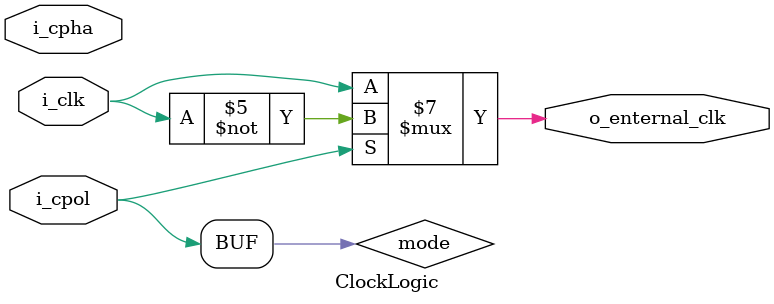
<source format=v>
module ClockLogic (
    input   wire    i_clk,i_cpol,i_cpha,
    output  reg     o_enternal_clk
);

assign  mode = {i_cpha,i_cpol};

/*
 Mode | Clock Polarity (CPOL/CKP) | Clock Phase (CPHA)
  0   |             0             |        0
  1   |             0             |        1
  2   |             1             |        0
  3   |             1             |        1
*/

always@ (*)
 begin
    if ((mode == 2'b01) || (mode == 2'b10))
     begin
        o_enternal_clk = ~i_clk;
     end
    else
     begin
        o_enternal_clk = i_clk;
     end
 end

endmodule
</source>
